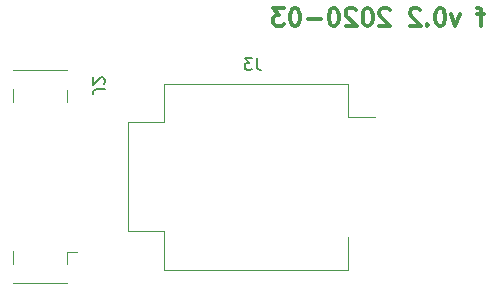
<source format=gbr>
G04 #@! TF.GenerationSoftware,KiCad,Pcbnew,5.1.5*
G04 #@! TF.CreationDate,2020-03-20T00:43:26-04:00*
G04 #@! TF.ProjectId,M55-RJ45,4d35352d-524a-4343-952e-6b696361645f,rev?*
G04 #@! TF.SameCoordinates,Original*
G04 #@! TF.FileFunction,Legend,Bot*
G04 #@! TF.FilePolarity,Positive*
%FSLAX46Y46*%
G04 Gerber Fmt 4.6, Leading zero omitted, Abs format (unit mm)*
G04 Created by KiCad (PCBNEW 5.1.5) date 2020-03-20 00:43:26*
%MOMM*%
%LPD*%
G04 APERTURE LIST*
%ADD10C,0.300000*%
%ADD11C,0.120000*%
%ADD12C,0.150000*%
G04 APERTURE END LIST*
D10*
X70595000Y-115248571D02*
X70023571Y-115248571D01*
X70380714Y-116248571D02*
X70380714Y-114962857D01*
X70309285Y-114820000D01*
X70166428Y-114748571D01*
X70023571Y-114748571D01*
X68523571Y-115248571D02*
X68166428Y-116248571D01*
X67809285Y-115248571D01*
X66952142Y-114748571D02*
X66809285Y-114748571D01*
X66666428Y-114820000D01*
X66595000Y-114891428D01*
X66523571Y-115034285D01*
X66452142Y-115320000D01*
X66452142Y-115677142D01*
X66523571Y-115962857D01*
X66595000Y-116105714D01*
X66666428Y-116177142D01*
X66809285Y-116248571D01*
X66952142Y-116248571D01*
X67095000Y-116177142D01*
X67166428Y-116105714D01*
X67237857Y-115962857D01*
X67309285Y-115677142D01*
X67309285Y-115320000D01*
X67237857Y-115034285D01*
X67166428Y-114891428D01*
X67095000Y-114820000D01*
X66952142Y-114748571D01*
X65809285Y-116105714D02*
X65737857Y-116177142D01*
X65809285Y-116248571D01*
X65880714Y-116177142D01*
X65809285Y-116105714D01*
X65809285Y-116248571D01*
X65166428Y-114891428D02*
X65095000Y-114820000D01*
X64952142Y-114748571D01*
X64595000Y-114748571D01*
X64452142Y-114820000D01*
X64380714Y-114891428D01*
X64309285Y-115034285D01*
X64309285Y-115177142D01*
X64380714Y-115391428D01*
X65237857Y-116248571D01*
X64309285Y-116248571D01*
X62595000Y-114891428D02*
X62523571Y-114820000D01*
X62380714Y-114748571D01*
X62023571Y-114748571D01*
X61880714Y-114820000D01*
X61809285Y-114891428D01*
X61737857Y-115034285D01*
X61737857Y-115177142D01*
X61809285Y-115391428D01*
X62666428Y-116248571D01*
X61737857Y-116248571D01*
X60809285Y-114748571D02*
X60666428Y-114748571D01*
X60523571Y-114820000D01*
X60452142Y-114891428D01*
X60380714Y-115034285D01*
X60309285Y-115320000D01*
X60309285Y-115677142D01*
X60380714Y-115962857D01*
X60452142Y-116105714D01*
X60523571Y-116177142D01*
X60666428Y-116248571D01*
X60809285Y-116248571D01*
X60952142Y-116177142D01*
X61023571Y-116105714D01*
X61095000Y-115962857D01*
X61166428Y-115677142D01*
X61166428Y-115320000D01*
X61095000Y-115034285D01*
X61023571Y-114891428D01*
X60952142Y-114820000D01*
X60809285Y-114748571D01*
X59737857Y-114891428D02*
X59666428Y-114820000D01*
X59523571Y-114748571D01*
X59166428Y-114748571D01*
X59023571Y-114820000D01*
X58952142Y-114891428D01*
X58880714Y-115034285D01*
X58880714Y-115177142D01*
X58952142Y-115391428D01*
X59809285Y-116248571D01*
X58880714Y-116248571D01*
X57952142Y-114748571D02*
X57809285Y-114748571D01*
X57666428Y-114820000D01*
X57595000Y-114891428D01*
X57523571Y-115034285D01*
X57452142Y-115320000D01*
X57452142Y-115677142D01*
X57523571Y-115962857D01*
X57595000Y-116105714D01*
X57666428Y-116177142D01*
X57809285Y-116248571D01*
X57952142Y-116248571D01*
X58095000Y-116177142D01*
X58166428Y-116105714D01*
X58237857Y-115962857D01*
X58309285Y-115677142D01*
X58309285Y-115320000D01*
X58237857Y-115034285D01*
X58166428Y-114891428D01*
X58095000Y-114820000D01*
X57952142Y-114748571D01*
X56809285Y-115677142D02*
X55666428Y-115677142D01*
X54666428Y-114748571D02*
X54523571Y-114748571D01*
X54380714Y-114820000D01*
X54309285Y-114891428D01*
X54237857Y-115034285D01*
X54166428Y-115320000D01*
X54166428Y-115677142D01*
X54237857Y-115962857D01*
X54309285Y-116105714D01*
X54380714Y-116177142D01*
X54523571Y-116248571D01*
X54666428Y-116248571D01*
X54809285Y-116177142D01*
X54880714Y-116105714D01*
X54952142Y-115962857D01*
X55023571Y-115677142D01*
X55023571Y-115320000D01*
X54952142Y-115034285D01*
X54880714Y-114891428D01*
X54809285Y-114820000D01*
X54666428Y-114748571D01*
X53666428Y-114748571D02*
X52737857Y-114748571D01*
X53237857Y-115320000D01*
X53023571Y-115320000D01*
X52880714Y-115391428D01*
X52809285Y-115462857D01*
X52737857Y-115605714D01*
X52737857Y-115962857D01*
X52809285Y-116105714D01*
X52880714Y-116177142D01*
X53023571Y-116248571D01*
X53452142Y-116248571D01*
X53595000Y-116177142D01*
X53666428Y-116105714D01*
D11*
X35320000Y-136390000D02*
X35320000Y-135335000D01*
X35320000Y-138030000D02*
X30680000Y-138030000D01*
X35320000Y-135335000D02*
X36140000Y-135335000D01*
X30680000Y-136366000D02*
X30680000Y-135311000D01*
X30680000Y-119970000D02*
X35320000Y-119970000D01*
X35320000Y-121634000D02*
X35320000Y-122689000D01*
X30680000Y-121610000D02*
X30680000Y-122665000D01*
X59080000Y-136860000D02*
X59080000Y-134080000D01*
X43520000Y-136860000D02*
X59080000Y-136860000D01*
X43520000Y-133640000D02*
X43520000Y-136860000D01*
X40420000Y-133640000D02*
X43520000Y-133640000D01*
X40420000Y-124360000D02*
X40420000Y-133640000D01*
X43520000Y-124360000D02*
X40420000Y-124360000D01*
X43520000Y-121140000D02*
X43520000Y-124360000D01*
X59080000Y-121140000D02*
X43520000Y-121140000D01*
X59080000Y-121140000D02*
X59080000Y-123935000D01*
X59080000Y-123935000D02*
X61340000Y-123935000D01*
D12*
X38477439Y-121592933D02*
X37763153Y-121592933D01*
X37620296Y-121640552D01*
X37525058Y-121735790D01*
X37477439Y-121878647D01*
X37477439Y-121973885D01*
X38382200Y-121164361D02*
X38429820Y-121116742D01*
X38477439Y-121021504D01*
X38477439Y-120783409D01*
X38429820Y-120688171D01*
X38382200Y-120640552D01*
X38286962Y-120592933D01*
X38191724Y-120592933D01*
X38048867Y-120640552D01*
X37477439Y-121211980D01*
X37477439Y-120592933D01*
X51333333Y-118952380D02*
X51333333Y-119666666D01*
X51380952Y-119809523D01*
X51476190Y-119904761D01*
X51619047Y-119952380D01*
X51714285Y-119952380D01*
X50952380Y-118952380D02*
X50333333Y-118952380D01*
X50666666Y-119333333D01*
X50523809Y-119333333D01*
X50428571Y-119380952D01*
X50380952Y-119428571D01*
X50333333Y-119523809D01*
X50333333Y-119761904D01*
X50380952Y-119857142D01*
X50428571Y-119904761D01*
X50523809Y-119952380D01*
X50809523Y-119952380D01*
X50904761Y-119904761D01*
X50952380Y-119857142D01*
M02*

</source>
